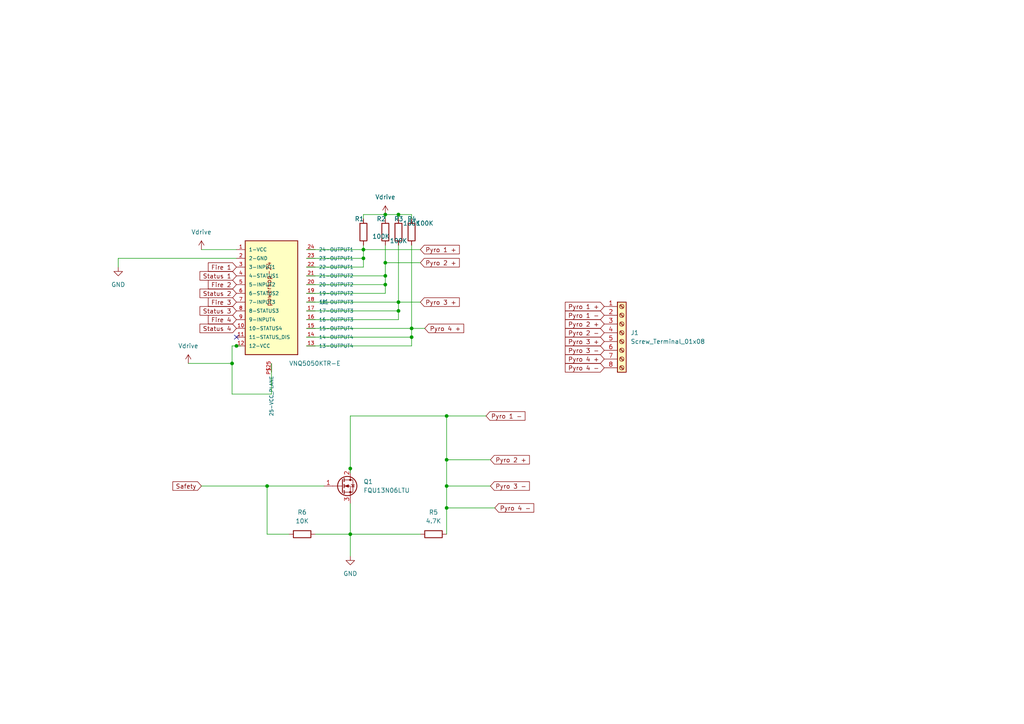
<source format=kicad_sch>
(kicad_sch (version 20230121) (generator eeschema)
  (paper "A4")
  (lib_symbols
    (symbol "Connector:Screw_Terminal_01x08" (pin_names (offset 1.016) hide)
      (property "Reference" "J" (at 0 10.16 0))
      (property "Value" "Screw_Terminal_01x08" (at 0 -12.7 0))
      (symbol "Screw_Terminal_01x08_1_1"
        (rectangle (start -1.27 8.89) (end 1.27 -11.43) (stroke (width 0.254)) (fill (type background)))
        (circle (center 0 -10.16) (radius 0.635) (stroke (width 0.1524)))
        (circle (center 0 -7.62) (radius 0.635) (stroke (width 0.1524)))
        (circle (center 0 -5.08) (radius 0.635) (stroke (width 0.1524)))
        (circle (center 0 -2.54) (radius 0.635) (stroke (width 0.1524)))
        (polyline (pts (xy -0.5334 -9.8298) (xy 0.3302 -10.668)) (stroke (width 0.1524)))
        (polyline (pts (xy -0.5334 -7.2898) (xy 0.3302 -8.128)) (stroke (width 0.1524)))
        (polyline (pts (xy -0.5334 -4.7498) (xy 0.3302 -5.588)) (stroke (width 0.1524)))
        (polyline (pts (xy -0.5334 -2.2098) (xy 0.3302 -3.048)) (stroke (width 0.1524)))
        (polyline (pts (xy -0.5334 0.3302) (xy 0.3302 -0.508)) (stroke (width 0.1524)))
        (polyline (pts (xy -0.5334 2.8702) (xy 0.3302 2.032)) (stroke (width 0.1524)))
        (polyline (pts (xy -0.5334 5.4102) (xy 0.3302 4.572)) (stroke (width 0.1524)))
        (polyline (pts (xy -0.5334 7.9502) (xy 0.3302 7.112)) (stroke (width 0.1524)))
        (polyline (pts (xy -0.3556 -9.652) (xy 0.508 -10.4902)) (stroke (width 0.1524)))
        (polyline (pts (xy -0.3556 -7.112) (xy 0.508 -7.9502)) (stroke (width 0.1524)))
        (polyline (pts (xy -0.3556 -4.572) (xy 0.508 -5.4102)) (stroke (width 0.1524)))
        (polyline (pts (xy -0.3556 -2.032) (xy 0.508 -2.8702)) (stroke (width 0.1524)))
        (polyline (pts (xy -0.3556 0.508) (xy 0.508 -0.3302)) (stroke (width 0.1524)))
        (polyline (pts (xy -0.3556 3.048) (xy 0.508 2.2098)) (stroke (width 0.1524)))
        (polyline (pts (xy -0.3556 5.588) (xy 0.508 4.7498)) (stroke (width 0.1524)))
        (polyline (pts (xy -0.3556 8.128) (xy 0.508 7.2898)) (stroke (width 0.1524)))
        (circle (center 0 0) (radius 0.635) (stroke (width 0.1524)))
        (circle (center 0 2.54) (radius 0.635) (stroke (width 0.1524)))
        (circle (center 0 5.08) (radius 0.635) (stroke (width 0.1524)))
        (circle (center 0 7.62) (radius 0.635) (stroke (width 0.1524)))
        (pin passive line (at -5.08 7.62 0) (length 3.81) (name "Pin_1") (number "1"))
        (pin passive line (at -5.08 5.08 0) (length 3.81) (name "Pin_2") (number "2"))
        (pin passive line (at -5.08 2.54 0) (length 3.81) (name "Pin_3") (number "3"))
        (pin passive line (at -5.08 0 0) (length 3.81) (name "Pin_4") (number "4"))
        (pin passive line (at -5.08 -2.54 0) (length 3.81) (name "Pin_5") (number "5"))
        (pin passive line (at -5.08 -5.08 0) (length 3.81) (name "Pin_6") (number "6"))
        (pin passive line (at -5.08 -7.62 0) (length 3.81) (name "Pin_7") (number "7"))
        (pin passive line (at -5.08 -10.16 0) (length 3.81) (name "Pin_8") (number "8"))
      )
    )
    (symbol "Device:Q_NMOS_GDS" (pin_names (offset 0) hide)
      (property "Reference" "Q" (at 5.08 1.27 0))
      (property "Value" "Q_NMOS_GDS" (at 5.08 -1.27 0))
      (symbol "Q_NMOS_GDS_0_1"
        (polyline (pts (xy 0.254 0) (xy -2.54 0)))
        (polyline (pts (xy 0.254 1.905) (xy 0.254 -1.905)) (stroke (width 0.254)))
        (polyline (pts (xy 0.762 -1.27) (xy 0.762 -2.286)) (stroke (width 0.254)))
        (polyline (pts (xy 0.762 0.508) (xy 0.762 -0.508)) (stroke (width 0.254)))
        (polyline (pts (xy 0.762 2.286) (xy 0.762 1.27)) (stroke (width 0.254)))
        (polyline (pts (xy 2.54 2.54) (xy 2.54 1.778)))
        (polyline (pts (xy 2.54 -2.54) (xy 2.54 0) (xy 0.762 0)))
        (polyline (pts (xy 0.762 -1.778) (xy 3.302 -1.778) (xy 3.302 1.778) (xy 0.762 1.778)))
        (polyline (pts (xy 1.016 0) (xy 2.032 0.381) (xy 2.032 -0.381) (xy 1.016 0)) (fill (type outline)))
        (polyline (pts (xy 2.794 0.508) (xy 2.921 0.381) (xy 3.683 0.381) (xy 3.81 0.254)))
        (polyline (pts (xy 3.302 0.381) (xy 2.921 -0.254) (xy 3.683 -0.254) (xy 3.302 0.381)))
        (circle (center 1.651 0) (radius 2.794) (stroke (width 0.254)))
        (circle (center 2.54 -1.778) (radius 0.254) (fill (type outline)))
        (circle (center 2.54 1.778) (radius 0.254) (fill (type outline)))
      )
      (symbol "Q_NMOS_GDS_1_1"
        (pin input line (at -5.08 0 0) (length 2.54) (name "G") (number "1"))
        (pin passive line (at 2.54 5.08 270) (length 2.54) (name "D") (number "2"))
        (pin passive line (at 2.54 -5.08 90) (length 2.54) (name "S") (number "3"))
      )
    )
    (symbol "Device:R" (pin_numbers hide) (pin_names (offset 0))
      (property "Reference" "R" (at 2.032 0 90))
      (property "Value" "R" (at 0 0 90))
      (symbol "R_0_1"
        (rectangle (start -1.016 -2.54) (end 1.016 2.54) (stroke (width 0.254)))
      )
      (symbol "R_1_1"
        (pin passive line (at 0 3.81 270) (length 1.27) (name "~") (number "1"))
        (pin passive line (at 0 -3.81 90) (length 1.27) (name "~") (number "2"))
      )
    )
    (symbol "VNQ5050KTR-E:VNQ5050KTR-E" (pin_names (offset 1.016))
      (property "Reference" "U" (at -7.6258 20.3354 0))
      (property "Value" "VNQ5050KTR-E" (at -7.6299 -17.803 0))
      (symbol "VNQ5050KTR-E_0_0"
        (rectangle (start -7.62 -15.24) (end 7.62 17.78) (stroke (width 0.254)) (fill (type background)))
        (text "powersop-24" (at 0 -1.271 900) (effects (font (size 1.271 1.271)) (justify left bottom)))
        (pin bidirectional line (at -10.16 15.24 0) (length 2.54) (name "1-VCC") (number "1"))
        (pin bidirectional line (at -10.16 -7.62 0) (length 2.54) (name "10-STATUS4") (number "10"))
        (pin bidirectional line (at -10.16 -10.16 0) (length 2.54) (name "11-STATUS_DIS") (number "11"))
        (pin bidirectional line (at -10.16 -12.7 0) (length 2.54) (name "12-VCC") (number "12"))
        (pin bidirectional line (at 10.16 -12.7 0) (length 2.54) (name "13-OUTPUT4") (number "13"))
        (pin bidirectional line (at 10.16 -10.16 0) (length 2.54) (name "14-OUTPUT4") (number "14"))
        (pin bidirectional line (at 10.16 -7.62 0) (length 2.54) (name "15-OUTPUT4") (number "15"))
        (pin bidirectional line (at 10.16 -5.08 0) (length 2.54) (name "16-OUTPUT3") (number "16"))
        (pin bidirectional line (at 10.16 -2.54 0) (length 2.54) (name "17-OUTPUT3") (number "17"))
        (pin bidirectional line (at 10.16 0 0) (length 2.54) (name "18-OUTPUT3") (number "18"))
        (pin bidirectional line (at 10.16 2.54 0) (length 2.54) (name "19-OUTPUT2") (number "19"))
        (pin bidirectional line (at -10.16 12.7 0) (length 2.54) (name "2-GND") (number "2"))
        (pin bidirectional line (at 10.16 5.08 0) (length 2.54) (name "20-OUTPUT2") (number "20"))
        (pin bidirectional line (at 10.16 7.62 0) (length 2.54) (name "21-OUTPUT2") (number "21"))
        (pin bidirectional line (at 10.16 10.16 0) (length 2.54) (name "22-OUTPUT1") (number "22"))
        (pin bidirectional line (at 10.16 12.7 0) (length 2.54) (name "23-OUTPUT1") (number "23"))
        (pin bidirectional line (at 10.16 15.24 0) (length 2.54) (name "24-OUTPUT1") (number "24"))
        (pin bidirectional line (at -10.16 10.16 0) (length 2.54) (name "3-INPUT1") (number "3"))
        (pin bidirectional line (at -10.16 7.62 0) (length 2.54) (name "4-STATUS1") (number "4"))
        (pin bidirectional line (at -10.16 5.08 0) (length 2.54) (name "5-INPUT2") (number "5"))
        (pin bidirectional line (at -10.16 2.54 0) (length 2.54) (name "6-STATUS2") (number "6"))
        (pin bidirectional line (at -10.16 0 0) (length 2.54) (name "7-INPUT3") (number "7"))
        (pin bidirectional line (at -10.16 -2.54 0) (length 2.54) (name "8-STATUS3") (number "8"))
        (pin bidirectional line (at -10.16 -5.08 0) (length 2.54) (name "9-INPUT4") (number "9"))
        (pin bidirectional line (at 0 -17.78 270) (length 2.54) (name "25-VCC_PLANE") (number "P$25"))
      )
    )
    (symbol "power:GND" (power) (pin_names (offset 0))
      (property "Value" "GND" (at 0 -3.81 0))
      (symbol "GND_0_1"
        (polyline (pts (xy 0 0) (xy 0 -1.27) (xy 1.27 -1.27) (xy 0 -2.54) (xy -1.27 -1.27) (xy 0 -1.27)))
      )
      (symbol "GND_1_1"
        (pin power_in line (at 0 0 270) (length 0) hide (name "GND") (number "1"))
      )
    )
    (symbol "power:Vdrive" (power) (pin_names (offset 0))
      (property "Value" "Vdrive" (at 0 3.81 0))
      (symbol "Vdrive_0_1"
        (polyline (pts (xy -0.762 1.27) (xy 0 2.54)))
        (polyline (pts (xy 0 0) (xy 0 2.54)))
        (polyline (pts (xy 0 2.54) (xy 0.762 1.27)))
      )
      (symbol "Vdrive_1_1"
        (pin power_in line (at 0 0 90) (length 0) hide (name "Vdrive") (number "1"))
      )
    )
  )
  (junction (at 101.6 154.94))
  (junction (at 111.76 62.23))
  (junction (at 119.38 97.79))
  (junction (at 105.41 74.93))
  (junction (at 67.31 105.41))
  (junction (at 105.41 72.39))
  (junction (at 101.6 135.89))
  (junction (at 111.76 82.55))
  (junction (at 111.76 80.01))
  (junction (at 77.47 140.97))
  (junction (at 68.58 100.33))
  (junction (at 129.54 147.32))
  (junction (at 119.38 95.25))
  (junction (at 115.57 87.63))
  (junction (at 129.54 120.65))
  (junction (at 129.54 133.35))
  (junction (at 129.54 140.97))
  (junction (at 115.57 90.17))
  (junction (at 111.76 76.2))
  (junction (at 115.57 62.23))
  (no_connect (at 68.58 97.79))
  (wire (pts (xy 129.54 140.97) (xy 142.24 140.97)))
  (wire (pts (xy 88.9 80.01) (xy 111.76 80.01)))
  (wire (pts (xy 101.6 120.65) (xy 129.54 120.65)))
  (wire (pts (xy 54.61 105.41) (xy 67.31 105.41)))
  (wire (pts (xy 119.38 97.79) (xy 119.38 100.33)))
  (wire (pts (xy 105.41 77.47) (xy 105.41 74.93)))
  (wire (pts (xy 105.41 62.23) (xy 111.76 62.23)))
  (wire (pts (xy 129.54 133.35) (xy 129.54 140.97)))
  (wire (pts (xy 115.57 87.63) (xy 115.57 90.17)))
  (wire (pts (xy 115.57 90.17) (xy 115.57 92.71)))
  (wire (pts (xy 119.38 71.12) (xy 119.38 95.25)))
  (wire (pts (xy 129.54 147.32) (xy 129.54 154.94)))
  (wire (pts (xy 78.74 114.3) (xy 78.74 105.41)))
  (wire (pts (xy 119.38 97.79) (xy 88.9 97.79)))
  (wire (pts (xy 101.6 137.16) (xy 101.6 135.89)))
  (wire (pts (xy 101.6 154.94) (xy 101.6 161.29)))
  (wire (pts (xy 115.57 62.23) (xy 115.57 63.5)))
  (wire (pts (xy 119.38 95.25) (xy 123.19 95.25)))
  (wire (pts (xy 88.9 72.39) (xy 105.41 72.39)))
  (wire (pts (xy 88.9 74.93) (xy 105.41 74.93)))
  (wire (pts (xy 115.57 92.71) (xy 88.9 92.71)))
  (wire (pts (xy 115.57 87.63) (xy 121.92 87.63)))
  (wire (pts (xy 91.44 154.94) (xy 101.6 154.94)))
  (wire (pts (xy 111.76 62.23) (xy 115.57 62.23)))
  (wire (pts (xy 111.76 62.23) (xy 111.76 63.5)))
  (wire (pts (xy 88.9 82.55) (xy 111.76 82.55)))
  (wire (pts (xy 88.9 85.09) (xy 111.76 85.09)))
  (wire (pts (xy 77.47 154.94) (xy 77.47 140.97)))
  (wire (pts (xy 88.9 77.47) (xy 105.41 77.47)))
  (wire (pts (xy 34.29 74.93) (xy 34.29 77.47)))
  (wire (pts (xy 111.76 76.2) (xy 111.76 80.01)))
  (wire (pts (xy 69.85 100.33) (xy 68.58 100.33)))
  (wire (pts (xy 67.31 105.41) (xy 67.31 114.3)))
  (wire (pts (xy 68.58 72.39) (xy 58.42 72.39)))
  (wire (pts (xy 111.76 85.09) (xy 111.76 82.55)))
  (wire (pts (xy 115.57 62.23) (xy 119.38 62.23)))
  (wire (pts (xy 111.76 71.12) (xy 111.76 76.2)))
  (wire (pts (xy 129.54 120.65) (xy 140.97 120.65)))
  (wire (pts (xy 105.41 71.12) (xy 105.41 72.39)))
  (wire (pts (xy 129.54 140.97) (xy 129.54 147.32)))
  (wire (pts (xy 111.76 76.2) (xy 121.92 76.2)))
  (wire (pts (xy 88.9 95.25) (xy 119.38 95.25)))
  (wire (pts (xy 58.42 140.97) (xy 77.47 140.97)))
  (wire (pts (xy 111.76 82.55) (xy 111.76 80.01)))
  (wire (pts (xy 68.58 74.93) (xy 34.29 74.93)))
  (wire (pts (xy 101.6 135.89) (xy 101.6 120.65)))
  (wire (pts (xy 129.54 147.32) (xy 143.51 147.32)))
  (wire (pts (xy 77.47 140.97) (xy 93.98 140.97)))
  (wire (pts (xy 67.31 100.33) (xy 67.31 105.41)))
  (wire (pts (xy 105.41 62.23) (xy 105.41 63.5)))
  (wire (pts (xy 101.6 154.94) (xy 121.92 154.94)))
  (wire (pts (xy 115.57 90.17) (xy 88.9 90.17)))
  (wire (pts (xy 88.9 87.63) (xy 115.57 87.63)))
  (wire (pts (xy 119.38 62.23) (xy 119.38 63.5)))
  (wire (pts (xy 105.41 74.93) (xy 105.41 72.39)))
  (wire (pts (xy 101.6 146.05) (xy 101.6 154.94)))
  (wire (pts (xy 83.82 154.94) (xy 77.47 154.94)))
  (wire (pts (xy 119.38 100.33) (xy 88.9 100.33)))
  (wire (pts (xy 68.58 100.33) (xy 67.31 100.33)))
  (wire (pts (xy 105.41 72.39) (xy 121.92 72.39)))
  (wire (pts (xy 119.38 95.25) (xy 119.38 97.79)))
  (wire (pts (xy 129.54 120.65) (xy 129.54 133.35)))
  (wire (pts (xy 67.31 114.3) (xy 78.74 114.3)))
  (wire (pts (xy 129.54 133.35) (xy 142.24 133.35)))
  (wire (pts (xy 115.57 71.12) (xy 115.57 87.63)))
  (global_label "Status 1" (shape input) (at 68.58 80.01 180) (property "Intersheetrefs" "${INTERSHEET_REFS}" (effects hide)))
  (global_label "Pyro 1 -" (shape input) (at 175.26 91.44 180) (property "Intersheetrefs" "${INTERSHEET_REFS}" (effects hide)))
  (global_label "Pyro 1 +" (shape input) (at 121.92 72.39 0) (property "Intersheetrefs" "${INTERSHEET_REFS}" (effects hide)))
  (global_label "Pyro 2 -" (shape input) (at 175.26 96.52 180) (property "Intersheetrefs" "${INTERSHEET_REFS}" (effects hide)))
  (global_label "Status 2" (shape input) (at 68.58 85.09 180) (property "Intersheetrefs" "${INTERSHEET_REFS}" (effects hide)))
  (global_label "Status 4" (shape input) (at 68.58 95.25 180) (property "Intersheetrefs" "${INTERSHEET_REFS}" (effects hide)))
  (global_label "Pyro 2 +" (shape input) (at 121.92 76.2 0) (property "Intersheetrefs" "${INTERSHEET_REFS}" (effects hide)))
  (global_label "Fire 4" (shape input) (at 68.58 92.71 180) (property "Intersheetrefs" "${INTERSHEET_REFS}" (effects hide)))
  (global_label "Pyro 3 -" (shape input) (at 142.24 140.97 0) (property "Intersheetrefs" "${INTERSHEET_REFS}" (effects hide)))
  (global_label "Pyro 4 -" (shape input) (at 175.26 106.68 180) (property "Intersheetrefs" "${INTERSHEET_REFS}" (effects hide)))
  (global_label "Pyro 4 +" (shape input) (at 123.19 95.25 0) (property "Intersheetrefs" "${INTERSHEET_REFS}" (effects hide)))
  (global_label "Pyro 4 -" (shape input) (at 143.51 147.32 0) (property "Intersheetrefs" "${INTERSHEET_REFS}" (effects hide)))
  (global_label "Pyro 1 -" (shape input) (at 140.97 120.65 0) (property "Intersheetrefs" "${INTERSHEET_REFS}" (effects hide)))
  (global_label "Pyro 4 +" (shape input) (at 175.26 104.14 180) (property "Intersheetrefs" "${INTERSHEET_REFS}" (effects hide)))
  (global_label "Safety" (shape input) (at 58.42 140.97 180) (property "Intersheetrefs" "${INTERSHEET_REFS}" (effects hide)))
  (global_label "Fire 2" (shape input) (at 68.58 82.55 180) (property "Intersheetrefs" "${INTERSHEET_REFS}" (effects hide)))
  (global_label "Fire 1" (shape input) (at 68.58 77.47 180) (property "Intersheetrefs" "${INTERSHEET_REFS}" (effects hide)))
  (global_label "Pyro 1 +" (shape input) (at 175.26 88.9 180) (property "Intersheetrefs" "${INTERSHEET_REFS}" (effects hide)))
  (global_label "Pyro 3 +" (shape input) (at 121.92 87.63 0) (property "Intersheetrefs" "${INTERSHEET_REFS}" (effects hide)))
  (global_label "Pyro 2 +" (shape input) (at 175.26 93.98 180) (property "Intersheetrefs" "${INTERSHEET_REFS}" (effects hide)))
  (global_label "Pyro 2 +" (shape input) (at 142.24 133.35 0) (property "Intersheetrefs" "${INTERSHEET_REFS}" (effects hide)))
  (global_label "Fire 3" (shape input) (at 68.58 87.63 180) (property "Intersheetrefs" "${INTERSHEET_REFS}" (effects hide)))
  (global_label "Pyro 3 -" (shape input) (at 175.26 101.6 180) (property "Intersheetrefs" "${INTERSHEET_REFS}" (effects hide)))
  (global_label "Pyro 3 +" (shape input) (at 175.26 99.06 180) (property "Intersheetrefs" "${INTERSHEET_REFS}" (effects hide)))
  (global_label "Status 3" (shape input) (at 68.58 90.17 180) (property "Intersheetrefs" "${INTERSHEET_REFS}" (effects hide)))
  (symbol (lib_id "Device:R") (at 125.73 154.94 90) (unit 1)
    (property "Reference" "R5" (at 125.73 148.59 90))
    (property "Value" "4.7K" (at 125.73 151.13 90))
  )
  (symbol (lib_id "Device:R") (at 105.41 67.31 0) (unit 1)
    (property "Reference" "R1" (at 102.87 63.5 0) (effects (justify left)))
    (property "Value" "100K" (at 107.95 68.58 0) (effects (justify left)))
  )
  (symbol (lib_id "Device:R") (at 115.57 67.31 0) (unit 1)
    (property "Reference" "R3" (at 114.3 63.5 0) (effects (justify left)))
    (property "Value" "100K" (at 116.84 64.77 0) (effects (justify left)))
  )
  (symbol (lib_id "Device:R") (at 87.63 154.94 90) (unit 1)
    (property "Reference" "R6" (at 87.63 148.59 90))
    (property "Value" "10K" (at 87.63 151.13 90))
  )
  (symbol (lib_id "power:GND") (at 34.29 77.47 0) (unit 1)
    (property "Reference" "#PWR02" (effects hide))
    (property "Value" "GND" (at 34.29 82.55 0))
  )
  (symbol (lib_id "power:GND") (at 101.6 161.29 0) (unit 1)
    (property "Reference" "#PWR07" (effects hide))
    (property "Value" "GND" (at 101.6 166.37 0))
  )
  (symbol (lib_id "Device:R") (at 119.38 67.31 0) (unit 1)
    (property "Reference" "R4" (at 118.11 63.5 0) (effects (justify left)))
    (property "Value" "100K" (at 120.65 64.77 0) (effects (justify left)))
  )
  (symbol (lib_id "Device:Q_NMOS_GDS") (at 99.06 140.97 0) (unit 1)
    (property "Reference" "Q1" (at 105.41 139.7 0) (effects (justify left)))
    (property "Value" "FQU13N06LTU" (at 105.41 142.24 0) (effects (justify left)))
    (property "Footprint" "Package_TO_SOT_THT:TO-251-3_Vertical" (effects hide))
  )
  (symbol (lib_id "power:Vdrive") (at 58.42 72.39 0) (unit 1)
    (property "Reference" "#PWR01" (effects hide))
    (property "Value" "Vdrive" (at 58.42 67.31 0))
  )
  (symbol (lib_id "power:Vdrive") (at 54.61 105.41 0) (unit 1)
    (property "Reference" "#PWR03" (effects hide))
    (property "Value" "Vdrive" (at 54.61 100.33 0))
  )
  (symbol (lib_id "VNQ5050KTR-E:VNQ5050KTR-E") (at 78.74 87.63 0) (unit 1)
    (property "Reference" "U1" (at 92.71 87.5665 0) (effects (justify left)))
    (property "Value" "VNQ5050KTR-E" (at 83.82 105.41 0) (effects (justify left)))
    (property "Footprint" "VNQ5050KTR-E:POWERSSO24" (effects hide))
    (property "MF" "STMicroelectronics" (effects hide))
    (property "Description" "\nPower Switch/Driver 1:1 N-Channel 13.5A PowerSSO-24™\n" (effects hide))
    (property "Package" "SOP-24 STMicroelectronics" (effects hide))
    (property "Price" "None" (effects hide))
    (property "SnapEDA_Link" "https://www.snapeda.com/parts/VNQ5050KTR-E/STMicroelectronics/view-part/?ref=snap" (effects hide))
    (property "MP" "VNQ5050KTR-E" (effects hide))
    (property "Purchase-URL" "https://www.snapeda.com/api/url_track_click_mouser/?unipart_id=365414&manufacturer=STMicroelectronics&part_name=VNQ5050KTR-E&search_term=vnq5050ktr-e" (effects hide))
    (property "Availability" "In Stock" (effects hide))
    (property "Check_prices" "https://www.snapeda.com/parts/VNQ5050KTR-E/STMicroelectronics/view-part/?ref=eda" (effects hide))
  )
  (symbol (lib_id "Connector:Screw_Terminal_01x08") (at 180.34 96.52 0) (unit 1)
    (property "Reference" "J1" (at 182.88 96.52 0) (effects (justify left)))
    (property "Value" "Screw_Terminal_01x08" (at 182.88 99.06 0) (effects (justify left)))
  )
  (symbol (lib_id "Device:R") (at 111.76 67.31 0) (unit 1)
    (property "Reference" "R2" (at 109.22 63.5 0) (effects (justify left)))
    (property "Value" "100K" (at 113.03 69.85 0) (effects (justify left)))
  )
  (symbol (lib_id "power:Vdrive") (at 111.76 62.23 0) (unit 1)
    (property "Reference" "#PWR05" (effects hide))
    (property "Value" "Vdrive" (at 111.76 57.15 0))
  )
)
</source>
